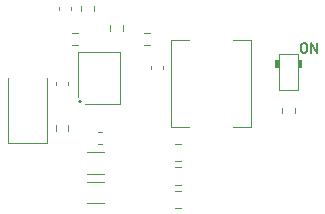
<source format=gbr>
%TF.GenerationSoftware,KiCad,Pcbnew,8.0.7-1.fc41*%
%TF.CreationDate,2024-12-31T22:09:06+08:00*%
%TF.ProjectId,mp2236_power_driver,6d703232-3336-45f7-906f-7765725f6472,rev?*%
%TF.SameCoordinates,Original*%
%TF.FileFunction,Legend,Top*%
%TF.FilePolarity,Positive*%
%FSLAX46Y46*%
G04 Gerber Fmt 4.6, Leading zero omitted, Abs format (unit mm)*
G04 Created by KiCad (PCBNEW 8.0.7-1.fc41) date 2024-12-31 22:09:06*
%MOMM*%
%LPD*%
G01*
G04 APERTURE LIST*
%ADD10C,0.150000*%
%ADD11C,0.120000*%
%ADD12C,0.200000*%
G04 APERTURE END LIST*
D10*
X137791541Y-65581795D02*
X137943922Y-65581795D01*
X137943922Y-65581795D02*
X138020112Y-65619890D01*
X138020112Y-65619890D02*
X138096303Y-65696080D01*
X138096303Y-65696080D02*
X138134398Y-65848461D01*
X138134398Y-65848461D02*
X138134398Y-66115128D01*
X138134398Y-66115128D02*
X138096303Y-66267509D01*
X138096303Y-66267509D02*
X138020112Y-66343700D01*
X138020112Y-66343700D02*
X137943922Y-66381795D01*
X137943922Y-66381795D02*
X137791541Y-66381795D01*
X137791541Y-66381795D02*
X137715350Y-66343700D01*
X137715350Y-66343700D02*
X137639160Y-66267509D01*
X137639160Y-66267509D02*
X137601064Y-66115128D01*
X137601064Y-66115128D02*
X137601064Y-65848461D01*
X137601064Y-65848461D02*
X137639160Y-65696080D01*
X137639160Y-65696080D02*
X137715350Y-65619890D01*
X137715350Y-65619890D02*
X137791541Y-65581795D01*
X138477255Y-66381795D02*
X138477255Y-65581795D01*
X138477255Y-65581795D02*
X138934398Y-66381795D01*
X138934398Y-66381795D02*
X138934398Y-65581795D01*
D11*
%TO.C,R3*%
X119011250Y-62387742D02*
X119011250Y-62862258D01*
X120056250Y-62387742D02*
X120056250Y-62862258D01*
%TO.C,L1*%
X126600000Y-65300000D02*
X126600000Y-72700000D01*
X126600000Y-65300000D02*
X128100000Y-65300000D01*
X126600000Y-72700000D02*
X128100000Y-72700000D01*
X133400000Y-65300000D02*
X131900000Y-65300000D01*
X133400000Y-72700000D02*
X131900000Y-72700000D01*
X133400000Y-72700000D02*
X133400000Y-65300000D01*
%TO.C,C6*%
X127461252Y-74065000D02*
X126938748Y-74065000D01*
X127461252Y-75535000D02*
X126938748Y-75535000D01*
%TO.C,R4*%
X118225242Y-64677500D02*
X118699758Y-64677500D01*
X118225242Y-65722500D02*
X118699758Y-65722500D01*
%TO.C,C7*%
X127461252Y-76065000D02*
X126938748Y-76065000D01*
X127461252Y-77535000D02*
X126938748Y-77535000D01*
%TO.C,C5*%
X124890000Y-67459420D02*
X124890000Y-67740580D01*
X125910000Y-67459420D02*
X125910000Y-67740580D01*
%TO.C,C3*%
X120459420Y-73090000D02*
X120740580Y-73090000D01*
X120459420Y-74110000D02*
X120740580Y-74110000D01*
%TO.C,C8*%
X127461252Y-78065000D02*
X126938748Y-78065000D01*
X127461252Y-79535000D02*
X126938748Y-79535000D01*
%TO.C,C9*%
X117131250Y-62484420D02*
X117131250Y-62765580D01*
X118151250Y-62484420D02*
X118151250Y-62765580D01*
%TO.C,R6*%
X136027500Y-71487258D02*
X136027500Y-71012742D01*
X137072500Y-71487258D02*
X137072500Y-71012742D01*
%TO.C,LED1*%
X135750000Y-66987500D02*
X135450000Y-66987500D01*
X135450000Y-67587500D01*
X135750000Y-67587500D01*
X135750000Y-66987500D01*
G36*
X135750000Y-66987500D02*
G01*
X135450000Y-66987500D01*
X135450000Y-67587500D01*
X135750000Y-67587500D01*
X135750000Y-66987500D01*
G37*
X137350000Y-66487500D02*
X135750000Y-66487500D01*
X135750000Y-69487500D01*
X137350000Y-69487500D01*
X137350000Y-66487500D01*
X137650000Y-66987500D02*
X137350000Y-66987500D01*
X137350000Y-67587500D01*
X137650000Y-67587500D01*
X137650000Y-66987500D01*
G36*
X137650000Y-66987500D02*
G01*
X137350000Y-66987500D01*
X137350000Y-67587500D01*
X137650000Y-67587500D01*
X137650000Y-66987500D01*
G37*
%TO.C,C4*%
X116877500Y-69140580D02*
X116877500Y-68859420D01*
X117897500Y-69140580D02*
X117897500Y-68859420D01*
%TO.C,R2*%
X124362742Y-64677500D02*
X124837258Y-64677500D01*
X124362742Y-65722500D02*
X124837258Y-65722500D01*
%TO.C,U1*%
X118700000Y-66300000D02*
X118700000Y-70100000D01*
X119300000Y-70700000D02*
X122300000Y-70700000D01*
X122300000Y-66300000D02*
X118700000Y-66300000D01*
X122300000Y-70700000D02*
X122300000Y-66300000D01*
D12*
X118963500Y-70500000D02*
G75*
G02*
X118836500Y-70500000I-63500J0D01*
G01*
X118836500Y-70500000D02*
G75*
G02*
X118963500Y-70500000I63500J0D01*
G01*
D11*
%TO.C,D1*%
X112850000Y-74010000D02*
X112850000Y-68500000D01*
X112850000Y-74010000D02*
X116150000Y-74010000D01*
X116150000Y-74010000D02*
X116150000Y-68500000D01*
%TO.C,C1*%
X119538748Y-77290000D02*
X120961252Y-77290000D01*
X119538748Y-79110000D02*
X120961252Y-79110000D01*
%TO.C,R1*%
X116887500Y-72981008D02*
X116887500Y-72506492D01*
X117932500Y-72981008D02*
X117932500Y-72506492D01*
%TO.C,C2*%
X119538748Y-74790000D02*
X120961252Y-74790000D01*
X119538748Y-76610000D02*
X120961252Y-76610000D01*
%TO.C,R5*%
X121477500Y-64512258D02*
X121477500Y-64037742D01*
X122522500Y-64512258D02*
X122522500Y-64037742D01*
%TD*%
M02*

</source>
